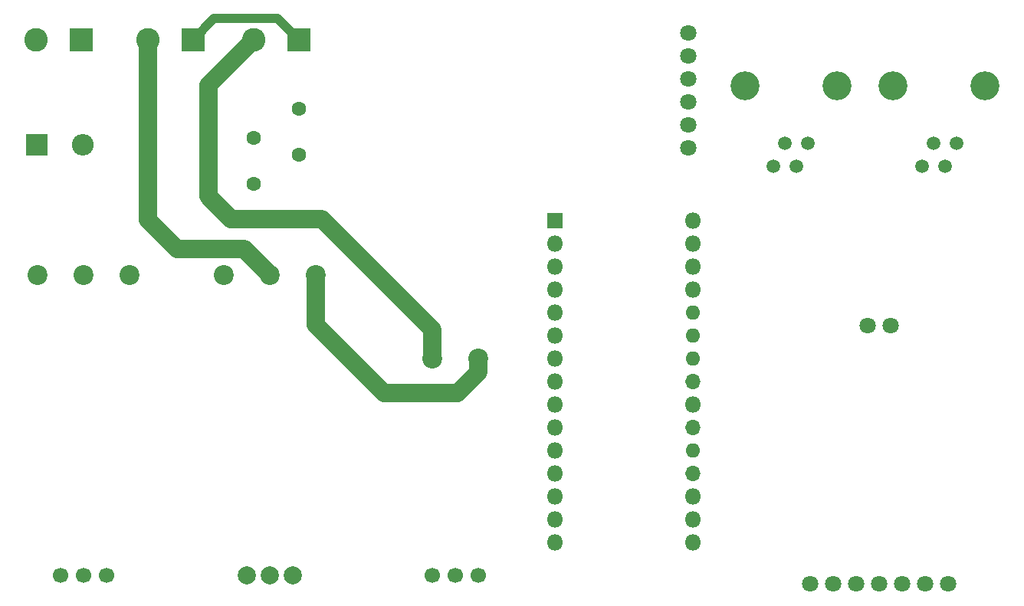
<source format=gbs>
G04 #@! TF.GenerationSoftware,KiCad,Pcbnew,5.1.2-f72e74a~84~ubuntu18.04.1*
G04 #@! TF.CreationDate,2019-06-14T22:07:51+03:00*
G04 #@! TF.ProjectId,Borjomi-Main,426f726a-6f6d-4692-9d4d-61696e2e6b69,rev?*
G04 #@! TF.SameCoordinates,Original*
G04 #@! TF.FileFunction,Soldermask,Bot*
G04 #@! TF.FilePolarity,Negative*
%FSLAX46Y46*%
G04 Gerber Fmt 4.6, Leading zero omitted, Abs format (unit mm)*
G04 Created by KiCad (PCBNEW 5.1.2-f72e74a~84~ubuntu18.04.1) date 2019-06-14 22:07:51*
%MOMM*%
%LPD*%
G04 APERTURE LIST*
%ADD10C,2.000000*%
%ADD11C,1.000000*%
%ADD12R,1.800000X1.800000*%
%ADD13O,1.800000X1.800000*%
%ADD14O,1.700000X1.700000*%
%ADD15O,1.600000X1.600000*%
%ADD16R,2.400000X2.400000*%
%ADD17O,2.400000X2.400000*%
%ADD18R,2.600000X2.600000*%
%ADD19C,2.600000*%
%ADD20C,3.200000*%
%ADD21C,1.520000*%
%ADD22C,1.600000*%
%ADD23C,1.800000*%
%ADD24C,1.700000*%
%ADD25C,2.200000*%
%ADD26C,2.000000*%
G04 APERTURE END LIST*
D10*
X140415000Y-78105000D02*
X135422000Y-83098000D01*
X135422000Y-83098000D02*
X135422000Y-95417000D01*
X135422000Y-95417000D02*
X137922000Y-97917000D01*
X137922000Y-97917000D02*
X147955000Y-97917000D01*
X147955000Y-97917000D02*
X160147000Y-110109000D01*
X160147000Y-110109000D02*
X160147000Y-113287000D01*
X165227000Y-113287000D02*
X165227000Y-114842634D01*
X165227000Y-114842634D02*
X162975634Y-117094000D01*
X162975634Y-117094000D02*
X154813000Y-117094000D01*
X154813000Y-117094000D02*
X147320000Y-109601000D01*
X147320000Y-109601000D02*
X147320000Y-104072000D01*
X128731000Y-97997000D02*
X128731000Y-78105000D01*
X131953000Y-101219000D02*
X128731000Y-97997000D01*
X139387000Y-101219000D02*
X131953000Y-101219000D01*
X142240000Y-104072000D02*
X139387000Y-101219000D01*
D11*
X143078200Y-75768200D02*
X145415000Y-78105000D01*
X133731000Y-78105000D02*
X136067800Y-75768200D01*
X136067800Y-75768200D02*
X143078200Y-75768200D01*
D12*
X173736000Y-98044000D03*
D13*
X188976000Y-131064000D03*
X173736000Y-100584000D03*
X188976000Y-128524000D03*
X173736000Y-103124000D03*
D14*
X188976000Y-125984000D03*
D13*
X173736000Y-105664000D03*
D15*
X188976000Y-123444000D03*
D13*
X173736000Y-108204000D03*
D14*
X188976000Y-120904000D03*
D13*
X173736000Y-110744000D03*
X188976000Y-118364000D03*
X173736000Y-113284000D03*
D14*
X188976000Y-115824000D03*
D13*
X173736000Y-115824000D03*
D15*
X188976000Y-113284000D03*
D13*
X173736000Y-118364000D03*
D15*
X188976000Y-110744000D03*
D13*
X173736000Y-120904000D03*
D15*
X188976000Y-108204000D03*
D13*
X173736000Y-123444000D03*
X188976000Y-105664000D03*
X173736000Y-125984000D03*
X188976000Y-103124000D03*
X173736000Y-128524000D03*
X188976000Y-100584000D03*
X173736000Y-131064000D03*
X188976000Y-98044000D03*
X173736000Y-133604000D03*
X188976000Y-133604000D03*
X173736000Y-105664000D03*
X173736000Y-105664000D03*
D16*
X116459000Y-89662000D03*
D17*
X121539000Y-89662000D03*
D18*
X145415000Y-78105000D03*
D19*
X140415000Y-78105000D03*
D18*
X121412000Y-78105000D03*
D19*
X116412000Y-78105000D03*
X128731000Y-78105000D03*
D18*
X133731000Y-78105000D03*
D20*
X211079000Y-83185000D03*
D21*
X214249000Y-92075000D03*
X215519000Y-89535000D03*
X216789000Y-92075000D03*
X218059000Y-89535000D03*
D20*
X221239000Y-83185000D03*
X204856000Y-83185000D03*
D21*
X201676000Y-89535000D03*
X200406000Y-92075000D03*
X199136000Y-89535000D03*
X197866000Y-92075000D03*
D20*
X194696000Y-83185000D03*
D22*
X140462000Y-88900000D03*
X140462000Y-93980000D03*
X145415000Y-85725000D03*
X145415000Y-90805000D03*
D23*
X208280000Y-109676000D03*
X201930000Y-138176000D03*
X204470000Y-138176000D03*
X207010000Y-138176000D03*
X209550000Y-138176000D03*
X212090000Y-138176000D03*
X214630000Y-138176000D03*
X217170000Y-138176000D03*
X210820000Y-109676000D03*
D24*
X160147000Y-137287000D03*
X162687000Y-137287000D03*
X165227000Y-137287000D03*
D25*
X160147000Y-113287000D03*
X165227000Y-113287000D03*
D26*
X144780000Y-137272000D03*
X142240000Y-137272000D03*
X139700000Y-137272000D03*
D25*
X142240000Y-104072000D03*
X137160000Y-104072000D03*
X147320000Y-104072000D03*
X126746000Y-104072000D03*
X116586000Y-104072000D03*
X121666000Y-104072000D03*
D24*
X119126000Y-137272000D03*
X121666000Y-137272000D03*
X124206000Y-137272000D03*
D23*
X188468000Y-90043000D03*
X188468000Y-87503000D03*
X188468000Y-84963000D03*
X188468000Y-82423000D03*
X188468000Y-79883000D03*
X188468000Y-77343000D03*
M02*

</source>
